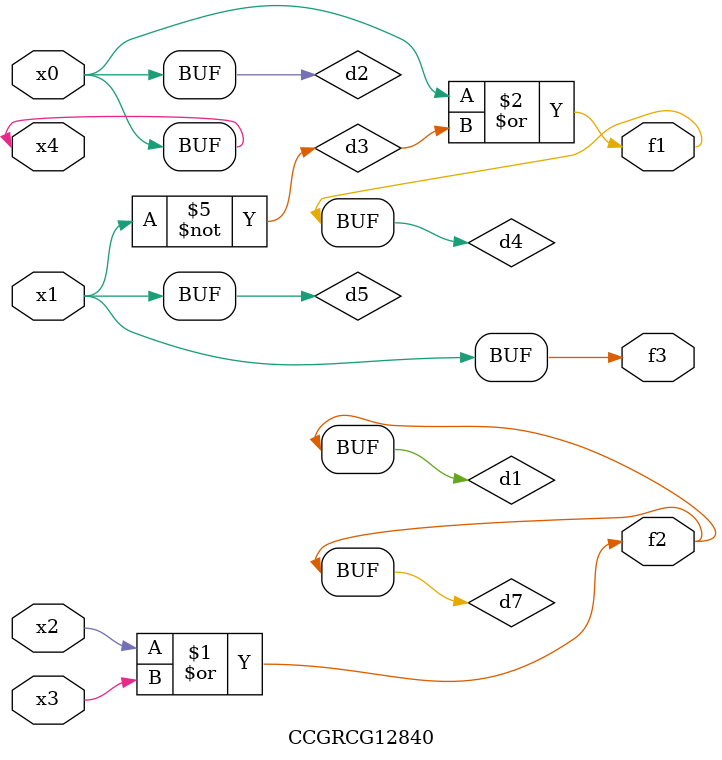
<source format=v>
module CCGRCG12840(
	input x0, x1, x2, x3, x4,
	output f1, f2, f3
);

	wire d1, d2, d3, d4, d5, d6, d7;

	or (d1, x2, x3);
	buf (d2, x0, x4);
	not (d3, x1);
	or (d4, d2, d3);
	not (d5, d3);
	nand (d6, d1, d3);
	or (d7, d1);
	assign f1 = d4;
	assign f2 = d7;
	assign f3 = d5;
endmodule

</source>
